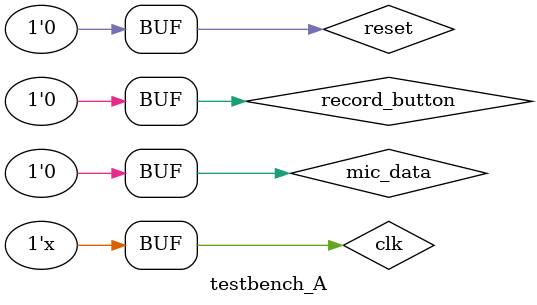
<source format=v>
`timescale 1ns/1ps
module testbench_A;
reg clk, reset, record_button, mic_data;
wire clkout_sys, clkout_mic;
//reg [5:0] counter;

microphone_controller_first microphone_controller_first_sinst(.clk(clk), .reset(reset), .record_button(record_button), .mic_data(mic_data));

initial 
begin
    clk = 0;
    reset = 1;
    record_button = 0;
    #100 reset = 0;
    #250.5 record_button = 1;
    //#1000 record_button = 0;

    

    mic_data = 0;
    #500 mic_data = 1;
    #500 mic_data = 0;
    record_button = 0;
    #500 mic_data = 1;
    #500 mic_data = 0;
    #500 mic_data = 1;
    #500 mic_data = 1;
    #500 mic_data = 0;
    #500 mic_data = 1;
    #500 mic_data = 1;
    #500 mic_data = 0;
    #500 mic_data = 0;
    #500 mic_data = 0;
    #500 mic_data = 1;
    #500 mic_data = 1;
    #500 mic_data = 0;
    #500 mic_data = 0;
    #500 mic_data = 1;
    #500 mic_data = 0;
    #500 mic_data = 1;
    #500 mic_data = 0;
    #500 mic_data = 1;
    #500 mic_data = 1;
    #500 mic_data = 0;
    #500 mic_data = 1;
    #500 mic_data = 1;
    #500 mic_data = 0;
    #500 mic_data = 0;
    #500 mic_data = 0;
    #500 mic_data = 1;
    #500 mic_data = 1;
    #500 mic_data = 0;

    #500 mic_data = 1;
    #500 mic_data = 0;
    #500 mic_data = 1;
    #500 mic_data = 1;
    #500 mic_data = 1;
    #500 mic_data = 1;
    #500 mic_data = 1;
    #500 mic_data = 1;
    #500 mic_data = 0;
    #500 mic_data = 0;
    #500 mic_data = 0;
    #500 mic_data = 1;
    #500 mic_data = 1;
    #500 mic_data = 1;
    #500 mic_data = 1;
    #500 mic_data = 1;
    #500 mic_data = 0;
    #500 mic_data = 1;
    #500 mic_data = 1;
    #500 mic_data = 0;
    #500 mic_data = 1;
    #500 mic_data = 1;
    #500 mic_data = 1;
    #500 mic_data = 1;
    #500 mic_data = 0;
    #500 mic_data = 1;
    #500 mic_data = 1;
    #500 mic_data = 1;
    #500 mic_data = 0;
    #500 mic_data = 0;
    #500 mic_data = 0;
    #500 mic_data = 1;

    #500 mic_data = 0;
    #500 mic_data = 1;
    #500 mic_data = 0;
    #500 mic_data = 1;
    #500 mic_data = 0;
    #500 mic_data = 1;
    #500 mic_data = 1;
    #500 mic_data = 0;
    #500 mic_data = 1;
    #500 mic_data = 1;
    #500 mic_data = 0;
    #500 mic_data = 0;
    #500 mic_data = 1;
    #500 mic_data = 0;
    #500 mic_data = 1;
    #500 mic_data = 0;
    #500 mic_data = 0;
    #500 mic_data = 0;
    #500 mic_data = 1;
    #500 mic_data = 1;
    #500 mic_data = 0;
    #500 mic_data = 0;
    #500 mic_data = 1;
    #500 mic_data = 0;
    #500 mic_data = 1;
    #500 mic_data = 0;
    #500 mic_data = 1;
    #500 mic_data = 1;
    #500 mic_data = 1;
    #500 mic_data = 0;
    #500 mic_data = 1;
    #500 mic_data = 1;

    #1008505 mic_data = 0;
    #500 mic_data = 1;
    #500 mic_data = 0;
    #500 mic_data = 1;
    #500 mic_data = 0;
    #500 mic_data = 1;
    #500 mic_data = 1;
    #500 mic_data = 0;
    #500 mic_data = 1;
    #500 mic_data = 1;
    #500 mic_data = 0;
    #500 mic_data = 0;
    #500 mic_data = 1;
    #500 mic_data = 0;
    #500 mic_data = 1;
    #500 mic_data = 0;
    #500 mic_data = 0;
    #500 mic_data = 0;
    #500 mic_data = 0;
    #500 mic_data = 1;
    #500 mic_data = 0;
    #500 mic_data = 0;
    #500 mic_data = 1;
    #500 mic_data = 0;
    #500 mic_data = 1;
    #500 mic_data = 0;
    #500 mic_data = 0;
    #500 mic_data = 1;
    #500 mic_data = 1;
    #500 mic_data = 0;
    #500 mic_data = 1;
    #500 mic_data = 1;

    #13694626 mic_data = 0;
    #500 mic_data = 1;
    #500 mic_data = 0;
    #500 mic_data = 1;
    #500 mic_data = 0;
    #500 mic_data = 1;
    #500 mic_data = 1;
    #500 mic_data = 0;
    #500 mic_data = 1;
    #500 mic_data = 1;
    #500 mic_data = 0;
    #500 mic_data = 0;
    #500 mic_data = 1;
    #500 mic_data = 0;
    #500 mic_data = 1;
    #500 mic_data = 0;
    #500 mic_data = 0;
    #500 mic_data = 0;
    #500 mic_data = 0;
    #500 mic_data = 1;
    #500 mic_data = 0;
    #500 mic_data = 0;
    #500 mic_data = 1;
    #500 mic_data = 0;
    #500 mic_data = 1;
    #500 mic_data = 0;
    #500 mic_data = 0;
    #500 mic_data = 1;
    #500 mic_data = 1;
    #500 mic_data = 0;
    #500 mic_data = 1;
    #500 mic_data = 0;


end

// always @(posedge clkout_mic or posedge reset)
// begin
//     if(reset)
//         mic_data <= 1'bx;
//     else if(counter == 6'd31)
//     begin
//         number = $urandom();
//         $display("number is: %d\n", number);
//         i <= 0;
//     end
//     else 
//     begin
//         i <= i +1;
//         if(i == 31)
//             i <= 0;
//     end


// end

// always @(number or i)
// begin
//     mic_data = number[i];
// end

// always @(posedge clkout_mic or posedge reset)
// begin
//     if(reset)
//         counter <= 0;
//     else
//         counter <= counter + 1;
//     if(counter == 6'd32)
//         counter <= 0;
// end

// always @(posedge clkout_mic or posedge reset)
// begin
//     if(reset)
//         mic_data <= 1'bx;
//     else
//     begin
//         mic_data <= {$random}%2;
//         $display("%d", mic_data);
//         // mic_data <= number[i];
//         // i <= i+1;
//     end
// end

// always @(mic_data)
// begin
//     i = i + 1;
// end





always #5 clk = ~clk;

endmodule

</source>
